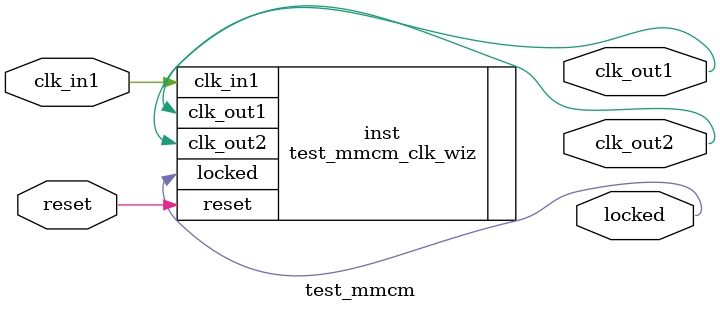
<source format=v>


`timescale 1ps/1ps

(* CORE_GENERATION_INFO = "test_mmcm,clk_wiz_v6_0_11_0_0,{component_name=test_mmcm,use_phase_alignment=true,use_min_o_jitter=false,use_max_i_jitter=false,use_dyn_phase_shift=false,use_inclk_switchover=false,use_dyn_reconfig=false,enable_axi=0,feedback_source=FDBK_AUTO,PRIMITIVE=MMCM,num_out_clk=2,clkin1_period=83.333,clkin2_period=10.0,use_power_down=false,use_reset=true,use_locked=true,use_inclk_stopped=false,feedback_type=SINGLE,CLOCK_MGR_TYPE=NA,manual_override=false}" *)

module test_mmcm 
 (
  // Clock out ports
  output        clk_out1,
  output        clk_out2,
  // Status and control signals
  input         reset,
  output        locked,
 // Clock in ports
  input         clk_in1
 );

  test_mmcm_clk_wiz inst
  (
  // Clock out ports  
  .clk_out1(clk_out1),
  .clk_out2(clk_out2),
  // Status and control signals               
  .reset(reset), 
  .locked(locked),
 // Clock in ports
  .clk_in1(clk_in1)
  );

endmodule

</source>
